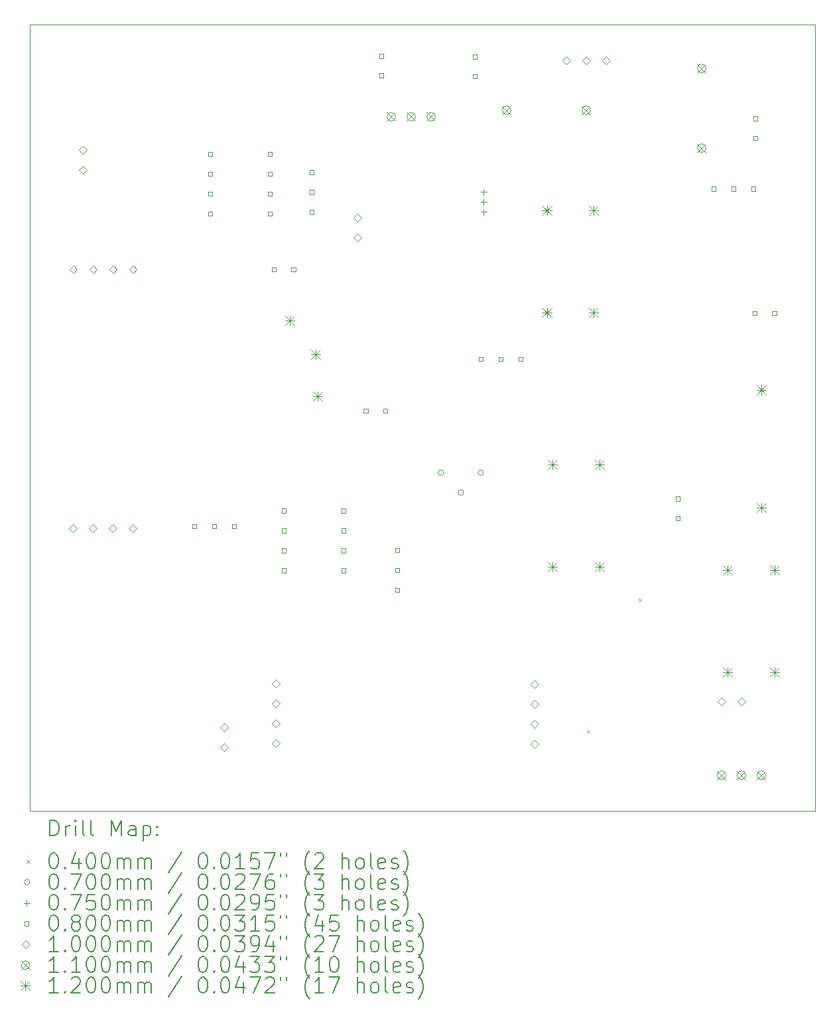
<source format=gbr>
%TF.GenerationSoftware,KiCad,Pcbnew,(6.0.7)*%
%TF.CreationDate,2022-09-22T21:01:38-04:00*%
%TF.ProjectId,Bitx40pa,42697478-3430-4706-912e-6b696361645f,rev?*%
%TF.SameCoordinates,Original*%
%TF.FileFunction,Drillmap*%
%TF.FilePolarity,Positive*%
%FSLAX45Y45*%
G04 Gerber Fmt 4.5, Leading zero omitted, Abs format (unit mm)*
G04 Created by KiCad (PCBNEW (6.0.7)) date 2022-09-22 21:01:38*
%MOMM*%
%LPD*%
G01*
G04 APERTURE LIST*
%ADD10C,0.100000*%
%ADD11C,0.200000*%
%ADD12C,0.040000*%
%ADD13C,0.070000*%
%ADD14C,0.075000*%
%ADD15C,0.080000*%
%ADD16C,0.110000*%
%ADD17C,0.120000*%
G04 APERTURE END LIST*
D10*
X2400300Y-1524000D02*
X12420600Y-1524000D01*
X12420600Y-1524000D02*
X12420600Y-11557000D01*
X12420600Y-11557000D02*
X2400300Y-11557000D01*
X2400300Y-11557000D02*
X2400300Y-1524000D01*
D11*
D12*
X9505000Y-10521000D02*
X9545000Y-10561000D01*
X9545000Y-10521000D02*
X9505000Y-10561000D01*
X10165400Y-8844600D02*
X10205400Y-8884600D01*
X10205400Y-8844600D02*
X10165400Y-8884600D01*
D13*
X7680400Y-7239000D02*
G75*
G03*
X7680400Y-7239000I-35000J0D01*
G01*
X7934400Y-7493000D02*
G75*
G03*
X7934400Y-7493000I-35000J0D01*
G01*
X8188400Y-7239000D02*
G75*
G03*
X8188400Y-7239000I-35000J0D01*
G01*
D14*
X8189400Y-3620100D02*
X8189400Y-3695100D01*
X8151900Y-3657600D02*
X8226900Y-3657600D01*
X8189400Y-3747100D02*
X8189400Y-3822100D01*
X8151900Y-3784600D02*
X8226900Y-3784600D01*
X8189400Y-3874100D02*
X8189400Y-3949100D01*
X8151900Y-3911600D02*
X8226900Y-3911600D01*
D15*
X4525085Y-7953084D02*
X4525085Y-7896515D01*
X4468516Y-7896515D01*
X4468516Y-7953084D01*
X4525085Y-7953084D01*
X4727285Y-3203284D02*
X4727285Y-3146715D01*
X4670716Y-3146715D01*
X4670716Y-3203284D01*
X4727285Y-3203284D01*
X4727285Y-3457284D02*
X4727285Y-3400715D01*
X4670716Y-3400715D01*
X4670716Y-3457284D01*
X4727285Y-3457284D01*
X4727285Y-3711284D02*
X4727285Y-3654715D01*
X4670716Y-3654715D01*
X4670716Y-3711284D01*
X4727285Y-3711284D01*
X4727285Y-3965284D02*
X4727285Y-3908715D01*
X4670716Y-3908715D01*
X4670716Y-3965284D01*
X4727285Y-3965284D01*
X4779085Y-7953084D02*
X4779085Y-7896515D01*
X4722516Y-7896515D01*
X4722516Y-7953084D01*
X4779085Y-7953084D01*
X5033085Y-7953084D02*
X5033085Y-7896515D01*
X4976516Y-7896515D01*
X4976516Y-7953084D01*
X5033085Y-7953084D01*
X5489285Y-3203284D02*
X5489285Y-3146715D01*
X5432716Y-3146715D01*
X5432716Y-3203284D01*
X5489285Y-3203284D01*
X5489285Y-3457284D02*
X5489285Y-3400715D01*
X5432716Y-3400715D01*
X5432716Y-3457284D01*
X5489285Y-3457284D01*
X5489285Y-3711284D02*
X5489285Y-3654715D01*
X5432716Y-3654715D01*
X5432716Y-3711284D01*
X5489285Y-3711284D01*
X5489285Y-3965284D02*
X5489285Y-3908715D01*
X5432716Y-3908715D01*
X5432716Y-3965284D01*
X5489285Y-3965284D01*
X5540085Y-4676485D02*
X5540085Y-4619916D01*
X5483516Y-4619916D01*
X5483516Y-4676485D01*
X5540085Y-4676485D01*
X5668084Y-7750884D02*
X5668084Y-7694315D01*
X5611515Y-7694315D01*
X5611515Y-7750884D01*
X5668084Y-7750884D01*
X5668084Y-8004884D02*
X5668084Y-7948315D01*
X5611515Y-7948315D01*
X5611515Y-8004884D01*
X5668084Y-8004884D01*
X5668084Y-8258884D02*
X5668084Y-8202315D01*
X5611515Y-8202315D01*
X5611515Y-8258884D01*
X5668084Y-8258884D01*
X5668084Y-8512885D02*
X5668084Y-8456316D01*
X5611515Y-8456316D01*
X5611515Y-8512885D01*
X5668084Y-8512885D01*
X5790084Y-4676485D02*
X5790084Y-4619916D01*
X5733515Y-4619916D01*
X5733515Y-4676485D01*
X5790084Y-4676485D01*
X6022684Y-3432884D02*
X6022684Y-3376315D01*
X5966115Y-3376315D01*
X5966115Y-3432884D01*
X6022684Y-3432884D01*
X6022684Y-3686884D02*
X6022684Y-3630315D01*
X5966115Y-3630315D01*
X5966115Y-3686884D01*
X6022684Y-3686884D01*
X6022684Y-3940884D02*
X6022684Y-3884315D01*
X5966115Y-3884315D01*
X5966115Y-3940884D01*
X6022684Y-3940884D01*
X6430084Y-7750884D02*
X6430084Y-7694315D01*
X6373515Y-7694315D01*
X6373515Y-7750884D01*
X6430084Y-7750884D01*
X6430084Y-8004884D02*
X6430084Y-7948315D01*
X6373515Y-7948315D01*
X6373515Y-8004884D01*
X6430084Y-8004884D01*
X6430084Y-8258884D02*
X6430084Y-8202315D01*
X6373515Y-8202315D01*
X6373515Y-8258884D01*
X6430084Y-8258884D01*
X6430084Y-8512885D02*
X6430084Y-8456316D01*
X6373515Y-8456316D01*
X6373515Y-8512885D01*
X6430084Y-8512885D01*
X6712484Y-6479884D02*
X6712484Y-6423315D01*
X6655915Y-6423315D01*
X6655915Y-6479884D01*
X6712484Y-6479884D01*
X6911684Y-1950954D02*
X6911684Y-1894385D01*
X6855115Y-1894385D01*
X6855115Y-1950954D01*
X6911684Y-1950954D01*
X6911684Y-2200955D02*
X6911684Y-2144386D01*
X6855115Y-2144386D01*
X6855115Y-2200955D01*
X6911684Y-2200955D01*
X6962484Y-6479884D02*
X6962484Y-6423315D01*
X6905915Y-6423315D01*
X6905915Y-6479884D01*
X6962484Y-6479884D01*
X7114884Y-8256884D02*
X7114884Y-8200315D01*
X7058315Y-8200315D01*
X7058315Y-8256884D01*
X7114884Y-8256884D01*
X7114884Y-8510885D02*
X7114884Y-8454316D01*
X7058315Y-8454316D01*
X7058315Y-8510885D01*
X7114884Y-8510885D01*
X7114884Y-8764885D02*
X7114884Y-8708316D01*
X7058315Y-8708316D01*
X7058315Y-8764885D01*
X7114884Y-8764885D01*
X8105484Y-1962684D02*
X8105484Y-1906115D01*
X8048915Y-1906115D01*
X8048915Y-1962684D01*
X8105484Y-1962684D01*
X8105484Y-2212685D02*
X8105484Y-2156116D01*
X8048915Y-2156116D01*
X8048915Y-2212685D01*
X8105484Y-2212685D01*
X8182684Y-5819484D02*
X8182684Y-5762915D01*
X8126115Y-5762915D01*
X8126115Y-5819484D01*
X8182684Y-5819484D01*
X8436685Y-5819484D02*
X8436685Y-5762915D01*
X8380115Y-5762915D01*
X8380115Y-5819484D01*
X8436685Y-5819484D01*
X8690685Y-5819484D02*
X8690685Y-5762915D01*
X8634116Y-5762915D01*
X8634116Y-5819484D01*
X8690685Y-5819484D01*
X10696285Y-7601484D02*
X10696285Y-7544915D01*
X10639716Y-7544915D01*
X10639716Y-7601484D01*
X10696285Y-7601484D01*
X10696285Y-7851484D02*
X10696285Y-7794915D01*
X10639716Y-7794915D01*
X10639716Y-7851484D01*
X10696285Y-7851484D01*
X11153485Y-3648484D02*
X11153485Y-3591915D01*
X11096916Y-3591915D01*
X11096916Y-3648484D01*
X11153485Y-3648484D01*
X11407484Y-3648484D02*
X11407484Y-3591915D01*
X11350915Y-3591915D01*
X11350915Y-3648484D01*
X11407484Y-3648484D01*
X11661484Y-3648484D02*
X11661484Y-3591915D01*
X11604915Y-3591915D01*
X11604915Y-3648484D01*
X11661484Y-3648484D01*
X11679154Y-5235285D02*
X11679154Y-5178716D01*
X11622585Y-5178716D01*
X11622585Y-5235285D01*
X11679154Y-5235285D01*
X11686884Y-2750085D02*
X11686884Y-2693516D01*
X11630315Y-2693516D01*
X11630315Y-2750085D01*
X11686884Y-2750085D01*
X11686884Y-3000084D02*
X11686884Y-2943515D01*
X11630315Y-2943515D01*
X11630315Y-3000084D01*
X11686884Y-3000084D01*
X11929154Y-5235285D02*
X11929154Y-5178716D01*
X11872585Y-5178716D01*
X11872585Y-5235285D01*
X11929154Y-5235285D01*
D10*
X2946400Y-8000200D02*
X2996400Y-7950200D01*
X2946400Y-7900200D01*
X2896400Y-7950200D01*
X2946400Y-8000200D01*
X2951000Y-4698200D02*
X3001000Y-4648200D01*
X2951000Y-4598200D01*
X2901000Y-4648200D01*
X2951000Y-4698200D01*
X3073400Y-3173700D02*
X3123400Y-3123700D01*
X3073400Y-3073700D01*
X3023400Y-3123700D01*
X3073400Y-3173700D01*
X3073400Y-3427700D02*
X3123400Y-3377700D01*
X3073400Y-3327700D01*
X3023400Y-3377700D01*
X3073400Y-3427700D01*
X3200400Y-8000200D02*
X3250400Y-7950200D01*
X3200400Y-7900200D01*
X3150400Y-7950200D01*
X3200400Y-8000200D01*
X3205000Y-4698200D02*
X3255000Y-4648200D01*
X3205000Y-4598200D01*
X3155000Y-4648200D01*
X3205000Y-4698200D01*
X3454400Y-8000200D02*
X3504400Y-7950200D01*
X3454400Y-7900200D01*
X3404400Y-7950200D01*
X3454400Y-8000200D01*
X3459000Y-4698200D02*
X3509000Y-4648200D01*
X3459000Y-4598200D01*
X3409000Y-4648200D01*
X3459000Y-4698200D01*
X3708400Y-8000200D02*
X3758400Y-7950200D01*
X3708400Y-7900200D01*
X3658400Y-7950200D01*
X3708400Y-8000200D01*
X3713000Y-4698200D02*
X3763000Y-4648200D01*
X3713000Y-4598200D01*
X3663000Y-4648200D01*
X3713000Y-4698200D01*
X4876800Y-10540200D02*
X4926800Y-10490200D01*
X4876800Y-10440200D01*
X4826800Y-10490200D01*
X4876800Y-10540200D01*
X4876800Y-10794200D02*
X4926800Y-10744200D01*
X4876800Y-10694200D01*
X4826800Y-10744200D01*
X4876800Y-10794200D01*
X5537200Y-9981400D02*
X5587200Y-9931400D01*
X5537200Y-9881400D01*
X5487200Y-9931400D01*
X5537200Y-9981400D01*
X5537200Y-10235400D02*
X5587200Y-10185400D01*
X5537200Y-10135400D01*
X5487200Y-10185400D01*
X5537200Y-10235400D01*
X5537200Y-10489400D02*
X5587200Y-10439400D01*
X5537200Y-10389400D01*
X5487200Y-10439400D01*
X5537200Y-10489400D01*
X5537200Y-10743400D02*
X5587200Y-10693400D01*
X5537200Y-10643400D01*
X5487200Y-10693400D01*
X5537200Y-10743400D01*
X6578600Y-4037300D02*
X6628600Y-3987300D01*
X6578600Y-3937300D01*
X6528600Y-3987300D01*
X6578600Y-4037300D01*
X6578600Y-4291300D02*
X6628600Y-4241300D01*
X6578600Y-4191300D01*
X6528600Y-4241300D01*
X6578600Y-4291300D01*
X8839200Y-9986000D02*
X8889200Y-9936000D01*
X8839200Y-9886000D01*
X8789200Y-9936000D01*
X8839200Y-9986000D01*
X8839200Y-10240000D02*
X8889200Y-10190000D01*
X8839200Y-10140000D01*
X8789200Y-10190000D01*
X8839200Y-10240000D01*
X8839200Y-10494000D02*
X8889200Y-10444000D01*
X8839200Y-10394000D01*
X8789200Y-10444000D01*
X8839200Y-10494000D01*
X8839200Y-10748000D02*
X8889200Y-10698000D01*
X8839200Y-10648000D01*
X8789200Y-10698000D01*
X8839200Y-10748000D01*
X9247100Y-2031200D02*
X9297100Y-1981200D01*
X9247100Y-1931200D01*
X9197100Y-1981200D01*
X9247100Y-2031200D01*
X9501100Y-2031200D02*
X9551100Y-1981200D01*
X9501100Y-1931200D01*
X9451100Y-1981200D01*
X9501100Y-2031200D01*
X9755100Y-2031200D02*
X9805100Y-1981200D01*
X9755100Y-1931200D01*
X9705100Y-1981200D01*
X9755100Y-2031200D01*
X11226300Y-10210000D02*
X11276300Y-10160000D01*
X11226300Y-10110000D01*
X11176300Y-10160000D01*
X11226300Y-10210000D01*
X11480300Y-10210000D02*
X11530300Y-10160000D01*
X11480300Y-10110000D01*
X11430300Y-10160000D01*
X11480300Y-10210000D01*
D16*
X6955400Y-2644500D02*
X7065400Y-2754500D01*
X7065400Y-2644500D02*
X6955400Y-2754500D01*
X7065400Y-2699500D02*
G75*
G03*
X7065400Y-2699500I-55000J0D01*
G01*
X7209400Y-2644500D02*
X7319400Y-2754500D01*
X7319400Y-2644500D02*
X7209400Y-2754500D01*
X7319400Y-2699500D02*
G75*
G03*
X7319400Y-2699500I-55000J0D01*
G01*
X7463400Y-2644500D02*
X7573400Y-2754500D01*
X7573400Y-2644500D02*
X7463400Y-2754500D01*
X7573400Y-2699500D02*
G75*
G03*
X7573400Y-2699500I-55000J0D01*
G01*
X8428600Y-2561200D02*
X8538600Y-2671200D01*
X8538600Y-2561200D02*
X8428600Y-2671200D01*
X8538600Y-2616200D02*
G75*
G03*
X8538600Y-2616200I-55000J0D01*
G01*
X9444600Y-2561200D02*
X9554600Y-2671200D01*
X9554600Y-2561200D02*
X9444600Y-2671200D01*
X9554600Y-2616200D02*
G75*
G03*
X9554600Y-2616200I-55000J0D01*
G01*
X10917800Y-2027800D02*
X11027800Y-2137800D01*
X11027800Y-2027800D02*
X10917800Y-2137800D01*
X11027800Y-2082800D02*
G75*
G03*
X11027800Y-2082800I-55000J0D01*
G01*
X10917800Y-3043800D02*
X11027800Y-3153800D01*
X11027800Y-3043800D02*
X10917800Y-3153800D01*
X11027800Y-3098800D02*
G75*
G03*
X11027800Y-3098800I-55000J0D01*
G01*
X11171800Y-11044800D02*
X11281800Y-11154800D01*
X11281800Y-11044800D02*
X11171800Y-11154800D01*
X11281800Y-11099800D02*
G75*
G03*
X11281800Y-11099800I-55000J0D01*
G01*
X11425800Y-11044800D02*
X11535800Y-11154800D01*
X11535800Y-11044800D02*
X11425800Y-11154800D01*
X11535800Y-11099800D02*
G75*
G03*
X11535800Y-11099800I-55000J0D01*
G01*
X11679800Y-11044800D02*
X11789800Y-11154800D01*
X11789800Y-11044800D02*
X11679800Y-11154800D01*
X11789800Y-11099800D02*
G75*
G03*
X11789800Y-11099800I-55000J0D01*
G01*
D17*
X5656400Y-5235900D02*
X5776400Y-5355900D01*
X5776400Y-5235900D02*
X5656400Y-5355900D01*
X5716400Y-5235900D02*
X5716400Y-5355900D01*
X5656400Y-5295900D02*
X5776400Y-5295900D01*
X5986600Y-5667700D02*
X6106600Y-5787700D01*
X6106600Y-5667700D02*
X5986600Y-5787700D01*
X6046600Y-5667700D02*
X6046600Y-5787700D01*
X5986600Y-5727700D02*
X6106600Y-5727700D01*
X6012000Y-6201100D02*
X6132000Y-6321100D01*
X6132000Y-6201100D02*
X6012000Y-6321100D01*
X6072000Y-6201100D02*
X6072000Y-6321100D01*
X6012000Y-6261100D02*
X6132000Y-6261100D01*
X8936400Y-3836600D02*
X9056400Y-3956600D01*
X9056400Y-3836600D02*
X8936400Y-3956600D01*
X8996400Y-3836600D02*
X8996400Y-3956600D01*
X8936400Y-3896600D02*
X9056400Y-3896600D01*
X8936400Y-5136600D02*
X9056400Y-5256600D01*
X9056400Y-5136600D02*
X8936400Y-5256600D01*
X8996400Y-5136600D02*
X8996400Y-5256600D01*
X8936400Y-5196600D02*
X9056400Y-5196600D01*
X9007800Y-7077400D02*
X9127800Y-7197400D01*
X9127800Y-7077400D02*
X9007800Y-7197400D01*
X9067800Y-7077400D02*
X9067800Y-7197400D01*
X9007800Y-7137400D02*
X9127800Y-7137400D01*
X9007800Y-8377400D02*
X9127800Y-8497400D01*
X9127800Y-8377400D02*
X9007800Y-8497400D01*
X9067800Y-8377400D02*
X9067800Y-8497400D01*
X9007800Y-8437400D02*
X9127800Y-8437400D01*
X9536400Y-3836600D02*
X9656400Y-3956600D01*
X9656400Y-3836600D02*
X9536400Y-3956600D01*
X9596400Y-3836600D02*
X9596400Y-3956600D01*
X9536400Y-3896600D02*
X9656400Y-3896600D01*
X9536400Y-5136600D02*
X9656400Y-5256600D01*
X9656400Y-5136600D02*
X9536400Y-5256600D01*
X9596400Y-5136600D02*
X9596400Y-5256600D01*
X9536400Y-5196600D02*
X9656400Y-5196600D01*
X9607800Y-7077400D02*
X9727800Y-7197400D01*
X9727800Y-7077400D02*
X9607800Y-7197400D01*
X9667800Y-7077400D02*
X9667800Y-7197400D01*
X9607800Y-7137400D02*
X9727800Y-7137400D01*
X9607800Y-8377400D02*
X9727800Y-8497400D01*
X9727800Y-8377400D02*
X9607800Y-8497400D01*
X9667800Y-8377400D02*
X9667800Y-8497400D01*
X9607800Y-8437400D02*
X9727800Y-8437400D01*
X11243000Y-8423600D02*
X11363000Y-8543600D01*
X11363000Y-8423600D02*
X11243000Y-8543600D01*
X11303000Y-8423600D02*
X11303000Y-8543600D01*
X11243000Y-8483600D02*
X11363000Y-8483600D01*
X11243000Y-9723600D02*
X11363000Y-9843600D01*
X11363000Y-9723600D02*
X11243000Y-9843600D01*
X11303000Y-9723600D02*
X11303000Y-9843600D01*
X11243000Y-9783600D02*
X11363000Y-9783600D01*
X11674800Y-6124200D02*
X11794800Y-6244200D01*
X11794800Y-6124200D02*
X11674800Y-6244200D01*
X11734800Y-6124200D02*
X11734800Y-6244200D01*
X11674800Y-6184200D02*
X11794800Y-6184200D01*
X11674800Y-7624200D02*
X11794800Y-7744200D01*
X11794800Y-7624200D02*
X11674800Y-7744200D01*
X11734800Y-7624200D02*
X11734800Y-7744200D01*
X11674800Y-7684200D02*
X11794800Y-7684200D01*
X11843000Y-8423600D02*
X11963000Y-8543600D01*
X11963000Y-8423600D02*
X11843000Y-8543600D01*
X11903000Y-8423600D02*
X11903000Y-8543600D01*
X11843000Y-8483600D02*
X11963000Y-8483600D01*
X11843000Y-9723600D02*
X11963000Y-9843600D01*
X11963000Y-9723600D02*
X11843000Y-9843600D01*
X11903000Y-9723600D02*
X11903000Y-9843600D01*
X11843000Y-9783600D02*
X11963000Y-9783600D01*
D11*
X2652919Y-11872476D02*
X2652919Y-11672476D01*
X2700538Y-11672476D01*
X2729110Y-11682000D01*
X2748157Y-11701048D01*
X2757681Y-11720095D01*
X2767205Y-11758190D01*
X2767205Y-11786762D01*
X2757681Y-11824857D01*
X2748157Y-11843905D01*
X2729110Y-11862952D01*
X2700538Y-11872476D01*
X2652919Y-11872476D01*
X2852919Y-11872476D02*
X2852919Y-11739143D01*
X2852919Y-11777238D02*
X2862443Y-11758190D01*
X2871967Y-11748667D01*
X2891014Y-11739143D01*
X2910062Y-11739143D01*
X2976728Y-11872476D02*
X2976728Y-11739143D01*
X2976728Y-11672476D02*
X2967205Y-11682000D01*
X2976728Y-11691524D01*
X2986252Y-11682000D01*
X2976728Y-11672476D01*
X2976728Y-11691524D01*
X3100538Y-11872476D02*
X3081490Y-11862952D01*
X3071967Y-11843905D01*
X3071967Y-11672476D01*
X3205300Y-11872476D02*
X3186252Y-11862952D01*
X3176728Y-11843905D01*
X3176728Y-11672476D01*
X3433871Y-11872476D02*
X3433871Y-11672476D01*
X3500538Y-11815333D01*
X3567205Y-11672476D01*
X3567205Y-11872476D01*
X3748157Y-11872476D02*
X3748157Y-11767714D01*
X3738633Y-11748667D01*
X3719586Y-11739143D01*
X3681490Y-11739143D01*
X3662443Y-11748667D01*
X3748157Y-11862952D02*
X3729109Y-11872476D01*
X3681490Y-11872476D01*
X3662443Y-11862952D01*
X3652919Y-11843905D01*
X3652919Y-11824857D01*
X3662443Y-11805809D01*
X3681490Y-11796286D01*
X3729109Y-11796286D01*
X3748157Y-11786762D01*
X3843395Y-11739143D02*
X3843395Y-11939143D01*
X3843395Y-11748667D02*
X3862443Y-11739143D01*
X3900538Y-11739143D01*
X3919586Y-11748667D01*
X3929109Y-11758190D01*
X3938633Y-11777238D01*
X3938633Y-11834381D01*
X3929109Y-11853428D01*
X3919586Y-11862952D01*
X3900538Y-11872476D01*
X3862443Y-11872476D01*
X3843395Y-11862952D01*
X4024348Y-11853428D02*
X4033871Y-11862952D01*
X4024348Y-11872476D01*
X4014824Y-11862952D01*
X4024348Y-11853428D01*
X4024348Y-11872476D01*
X4024348Y-11748667D02*
X4033871Y-11758190D01*
X4024348Y-11767714D01*
X4014824Y-11758190D01*
X4024348Y-11748667D01*
X4024348Y-11767714D01*
D12*
X2355300Y-12182000D02*
X2395300Y-12222000D01*
X2395300Y-12182000D02*
X2355300Y-12222000D01*
D11*
X2691014Y-12092476D02*
X2710062Y-12092476D01*
X2729110Y-12102000D01*
X2738633Y-12111524D01*
X2748157Y-12130571D01*
X2757681Y-12168667D01*
X2757681Y-12216286D01*
X2748157Y-12254381D01*
X2738633Y-12273428D01*
X2729110Y-12282952D01*
X2710062Y-12292476D01*
X2691014Y-12292476D01*
X2671967Y-12282952D01*
X2662443Y-12273428D01*
X2652919Y-12254381D01*
X2643395Y-12216286D01*
X2643395Y-12168667D01*
X2652919Y-12130571D01*
X2662443Y-12111524D01*
X2671967Y-12102000D01*
X2691014Y-12092476D01*
X2843395Y-12273428D02*
X2852919Y-12282952D01*
X2843395Y-12292476D01*
X2833871Y-12282952D01*
X2843395Y-12273428D01*
X2843395Y-12292476D01*
X3024348Y-12159143D02*
X3024348Y-12292476D01*
X2976728Y-12082952D02*
X2929109Y-12225809D01*
X3052919Y-12225809D01*
X3167205Y-12092476D02*
X3186252Y-12092476D01*
X3205300Y-12102000D01*
X3214824Y-12111524D01*
X3224348Y-12130571D01*
X3233871Y-12168667D01*
X3233871Y-12216286D01*
X3224348Y-12254381D01*
X3214824Y-12273428D01*
X3205300Y-12282952D01*
X3186252Y-12292476D01*
X3167205Y-12292476D01*
X3148157Y-12282952D01*
X3138633Y-12273428D01*
X3129109Y-12254381D01*
X3119586Y-12216286D01*
X3119586Y-12168667D01*
X3129109Y-12130571D01*
X3138633Y-12111524D01*
X3148157Y-12102000D01*
X3167205Y-12092476D01*
X3357681Y-12092476D02*
X3376728Y-12092476D01*
X3395776Y-12102000D01*
X3405300Y-12111524D01*
X3414824Y-12130571D01*
X3424348Y-12168667D01*
X3424348Y-12216286D01*
X3414824Y-12254381D01*
X3405300Y-12273428D01*
X3395776Y-12282952D01*
X3376728Y-12292476D01*
X3357681Y-12292476D01*
X3338633Y-12282952D01*
X3329109Y-12273428D01*
X3319586Y-12254381D01*
X3310062Y-12216286D01*
X3310062Y-12168667D01*
X3319586Y-12130571D01*
X3329109Y-12111524D01*
X3338633Y-12102000D01*
X3357681Y-12092476D01*
X3510062Y-12292476D02*
X3510062Y-12159143D01*
X3510062Y-12178190D02*
X3519586Y-12168667D01*
X3538633Y-12159143D01*
X3567205Y-12159143D01*
X3586252Y-12168667D01*
X3595776Y-12187714D01*
X3595776Y-12292476D01*
X3595776Y-12187714D02*
X3605300Y-12168667D01*
X3624348Y-12159143D01*
X3652919Y-12159143D01*
X3671967Y-12168667D01*
X3681490Y-12187714D01*
X3681490Y-12292476D01*
X3776728Y-12292476D02*
X3776728Y-12159143D01*
X3776728Y-12178190D02*
X3786252Y-12168667D01*
X3805300Y-12159143D01*
X3833871Y-12159143D01*
X3852919Y-12168667D01*
X3862443Y-12187714D01*
X3862443Y-12292476D01*
X3862443Y-12187714D02*
X3871967Y-12168667D01*
X3891014Y-12159143D01*
X3919586Y-12159143D01*
X3938633Y-12168667D01*
X3948157Y-12187714D01*
X3948157Y-12292476D01*
X4338633Y-12082952D02*
X4167205Y-12340095D01*
X4595776Y-12092476D02*
X4614824Y-12092476D01*
X4633871Y-12102000D01*
X4643395Y-12111524D01*
X4652919Y-12130571D01*
X4662443Y-12168667D01*
X4662443Y-12216286D01*
X4652919Y-12254381D01*
X4643395Y-12273428D01*
X4633871Y-12282952D01*
X4614824Y-12292476D01*
X4595776Y-12292476D01*
X4576729Y-12282952D01*
X4567205Y-12273428D01*
X4557681Y-12254381D01*
X4548157Y-12216286D01*
X4548157Y-12168667D01*
X4557681Y-12130571D01*
X4567205Y-12111524D01*
X4576729Y-12102000D01*
X4595776Y-12092476D01*
X4748157Y-12273428D02*
X4757681Y-12282952D01*
X4748157Y-12292476D01*
X4738633Y-12282952D01*
X4748157Y-12273428D01*
X4748157Y-12292476D01*
X4881490Y-12092476D02*
X4900538Y-12092476D01*
X4919586Y-12102000D01*
X4929110Y-12111524D01*
X4938633Y-12130571D01*
X4948157Y-12168667D01*
X4948157Y-12216286D01*
X4938633Y-12254381D01*
X4929110Y-12273428D01*
X4919586Y-12282952D01*
X4900538Y-12292476D01*
X4881490Y-12292476D01*
X4862443Y-12282952D01*
X4852919Y-12273428D01*
X4843395Y-12254381D01*
X4833871Y-12216286D01*
X4833871Y-12168667D01*
X4843395Y-12130571D01*
X4852919Y-12111524D01*
X4862443Y-12102000D01*
X4881490Y-12092476D01*
X5138633Y-12292476D02*
X5024348Y-12292476D01*
X5081490Y-12292476D02*
X5081490Y-12092476D01*
X5062443Y-12121048D01*
X5043395Y-12140095D01*
X5024348Y-12149619D01*
X5319586Y-12092476D02*
X5224348Y-12092476D01*
X5214824Y-12187714D01*
X5224348Y-12178190D01*
X5243395Y-12168667D01*
X5291014Y-12168667D01*
X5310062Y-12178190D01*
X5319586Y-12187714D01*
X5329110Y-12206762D01*
X5329110Y-12254381D01*
X5319586Y-12273428D01*
X5310062Y-12282952D01*
X5291014Y-12292476D01*
X5243395Y-12292476D01*
X5224348Y-12282952D01*
X5214824Y-12273428D01*
X5395776Y-12092476D02*
X5529110Y-12092476D01*
X5443395Y-12292476D01*
X5595776Y-12092476D02*
X5595776Y-12130571D01*
X5671967Y-12092476D02*
X5671967Y-12130571D01*
X5967205Y-12368667D02*
X5957681Y-12359143D01*
X5938633Y-12330571D01*
X5929109Y-12311524D01*
X5919586Y-12282952D01*
X5910062Y-12235333D01*
X5910062Y-12197238D01*
X5919586Y-12149619D01*
X5929109Y-12121048D01*
X5938633Y-12102000D01*
X5957681Y-12073428D01*
X5967205Y-12063905D01*
X6033871Y-12111524D02*
X6043395Y-12102000D01*
X6062443Y-12092476D01*
X6110062Y-12092476D01*
X6129109Y-12102000D01*
X6138633Y-12111524D01*
X6148157Y-12130571D01*
X6148157Y-12149619D01*
X6138633Y-12178190D01*
X6024348Y-12292476D01*
X6148157Y-12292476D01*
X6386252Y-12292476D02*
X6386252Y-12092476D01*
X6471967Y-12292476D02*
X6471967Y-12187714D01*
X6462443Y-12168667D01*
X6443395Y-12159143D01*
X6414824Y-12159143D01*
X6395776Y-12168667D01*
X6386252Y-12178190D01*
X6595776Y-12292476D02*
X6576728Y-12282952D01*
X6567205Y-12273428D01*
X6557681Y-12254381D01*
X6557681Y-12197238D01*
X6567205Y-12178190D01*
X6576728Y-12168667D01*
X6595776Y-12159143D01*
X6624348Y-12159143D01*
X6643395Y-12168667D01*
X6652919Y-12178190D01*
X6662443Y-12197238D01*
X6662443Y-12254381D01*
X6652919Y-12273428D01*
X6643395Y-12282952D01*
X6624348Y-12292476D01*
X6595776Y-12292476D01*
X6776728Y-12292476D02*
X6757681Y-12282952D01*
X6748157Y-12263905D01*
X6748157Y-12092476D01*
X6929109Y-12282952D02*
X6910062Y-12292476D01*
X6871967Y-12292476D01*
X6852919Y-12282952D01*
X6843395Y-12263905D01*
X6843395Y-12187714D01*
X6852919Y-12168667D01*
X6871967Y-12159143D01*
X6910062Y-12159143D01*
X6929109Y-12168667D01*
X6938633Y-12187714D01*
X6938633Y-12206762D01*
X6843395Y-12225809D01*
X7014824Y-12282952D02*
X7033871Y-12292476D01*
X7071967Y-12292476D01*
X7091014Y-12282952D01*
X7100538Y-12263905D01*
X7100538Y-12254381D01*
X7091014Y-12235333D01*
X7071967Y-12225809D01*
X7043395Y-12225809D01*
X7024348Y-12216286D01*
X7014824Y-12197238D01*
X7014824Y-12187714D01*
X7024348Y-12168667D01*
X7043395Y-12159143D01*
X7071967Y-12159143D01*
X7091014Y-12168667D01*
X7167205Y-12368667D02*
X7176728Y-12359143D01*
X7195776Y-12330571D01*
X7205300Y-12311524D01*
X7214824Y-12282952D01*
X7224348Y-12235333D01*
X7224348Y-12197238D01*
X7214824Y-12149619D01*
X7205300Y-12121048D01*
X7195776Y-12102000D01*
X7176728Y-12073428D01*
X7167205Y-12063905D01*
D13*
X2395300Y-12466000D02*
G75*
G03*
X2395300Y-12466000I-35000J0D01*
G01*
D11*
X2691014Y-12356476D02*
X2710062Y-12356476D01*
X2729110Y-12366000D01*
X2738633Y-12375524D01*
X2748157Y-12394571D01*
X2757681Y-12432667D01*
X2757681Y-12480286D01*
X2748157Y-12518381D01*
X2738633Y-12537428D01*
X2729110Y-12546952D01*
X2710062Y-12556476D01*
X2691014Y-12556476D01*
X2671967Y-12546952D01*
X2662443Y-12537428D01*
X2652919Y-12518381D01*
X2643395Y-12480286D01*
X2643395Y-12432667D01*
X2652919Y-12394571D01*
X2662443Y-12375524D01*
X2671967Y-12366000D01*
X2691014Y-12356476D01*
X2843395Y-12537428D02*
X2852919Y-12546952D01*
X2843395Y-12556476D01*
X2833871Y-12546952D01*
X2843395Y-12537428D01*
X2843395Y-12556476D01*
X2919586Y-12356476D02*
X3052919Y-12356476D01*
X2967205Y-12556476D01*
X3167205Y-12356476D02*
X3186252Y-12356476D01*
X3205300Y-12366000D01*
X3214824Y-12375524D01*
X3224348Y-12394571D01*
X3233871Y-12432667D01*
X3233871Y-12480286D01*
X3224348Y-12518381D01*
X3214824Y-12537428D01*
X3205300Y-12546952D01*
X3186252Y-12556476D01*
X3167205Y-12556476D01*
X3148157Y-12546952D01*
X3138633Y-12537428D01*
X3129109Y-12518381D01*
X3119586Y-12480286D01*
X3119586Y-12432667D01*
X3129109Y-12394571D01*
X3138633Y-12375524D01*
X3148157Y-12366000D01*
X3167205Y-12356476D01*
X3357681Y-12356476D02*
X3376728Y-12356476D01*
X3395776Y-12366000D01*
X3405300Y-12375524D01*
X3414824Y-12394571D01*
X3424348Y-12432667D01*
X3424348Y-12480286D01*
X3414824Y-12518381D01*
X3405300Y-12537428D01*
X3395776Y-12546952D01*
X3376728Y-12556476D01*
X3357681Y-12556476D01*
X3338633Y-12546952D01*
X3329109Y-12537428D01*
X3319586Y-12518381D01*
X3310062Y-12480286D01*
X3310062Y-12432667D01*
X3319586Y-12394571D01*
X3329109Y-12375524D01*
X3338633Y-12366000D01*
X3357681Y-12356476D01*
X3510062Y-12556476D02*
X3510062Y-12423143D01*
X3510062Y-12442190D02*
X3519586Y-12432667D01*
X3538633Y-12423143D01*
X3567205Y-12423143D01*
X3586252Y-12432667D01*
X3595776Y-12451714D01*
X3595776Y-12556476D01*
X3595776Y-12451714D02*
X3605300Y-12432667D01*
X3624348Y-12423143D01*
X3652919Y-12423143D01*
X3671967Y-12432667D01*
X3681490Y-12451714D01*
X3681490Y-12556476D01*
X3776728Y-12556476D02*
X3776728Y-12423143D01*
X3776728Y-12442190D02*
X3786252Y-12432667D01*
X3805300Y-12423143D01*
X3833871Y-12423143D01*
X3852919Y-12432667D01*
X3862443Y-12451714D01*
X3862443Y-12556476D01*
X3862443Y-12451714D02*
X3871967Y-12432667D01*
X3891014Y-12423143D01*
X3919586Y-12423143D01*
X3938633Y-12432667D01*
X3948157Y-12451714D01*
X3948157Y-12556476D01*
X4338633Y-12346952D02*
X4167205Y-12604095D01*
X4595776Y-12356476D02*
X4614824Y-12356476D01*
X4633871Y-12366000D01*
X4643395Y-12375524D01*
X4652919Y-12394571D01*
X4662443Y-12432667D01*
X4662443Y-12480286D01*
X4652919Y-12518381D01*
X4643395Y-12537428D01*
X4633871Y-12546952D01*
X4614824Y-12556476D01*
X4595776Y-12556476D01*
X4576729Y-12546952D01*
X4567205Y-12537428D01*
X4557681Y-12518381D01*
X4548157Y-12480286D01*
X4548157Y-12432667D01*
X4557681Y-12394571D01*
X4567205Y-12375524D01*
X4576729Y-12366000D01*
X4595776Y-12356476D01*
X4748157Y-12537428D02*
X4757681Y-12546952D01*
X4748157Y-12556476D01*
X4738633Y-12546952D01*
X4748157Y-12537428D01*
X4748157Y-12556476D01*
X4881490Y-12356476D02*
X4900538Y-12356476D01*
X4919586Y-12366000D01*
X4929110Y-12375524D01*
X4938633Y-12394571D01*
X4948157Y-12432667D01*
X4948157Y-12480286D01*
X4938633Y-12518381D01*
X4929110Y-12537428D01*
X4919586Y-12546952D01*
X4900538Y-12556476D01*
X4881490Y-12556476D01*
X4862443Y-12546952D01*
X4852919Y-12537428D01*
X4843395Y-12518381D01*
X4833871Y-12480286D01*
X4833871Y-12432667D01*
X4843395Y-12394571D01*
X4852919Y-12375524D01*
X4862443Y-12366000D01*
X4881490Y-12356476D01*
X5024348Y-12375524D02*
X5033871Y-12366000D01*
X5052919Y-12356476D01*
X5100538Y-12356476D01*
X5119586Y-12366000D01*
X5129110Y-12375524D01*
X5138633Y-12394571D01*
X5138633Y-12413619D01*
X5129110Y-12442190D01*
X5014824Y-12556476D01*
X5138633Y-12556476D01*
X5205300Y-12356476D02*
X5338633Y-12356476D01*
X5252919Y-12556476D01*
X5500538Y-12356476D02*
X5462443Y-12356476D01*
X5443395Y-12366000D01*
X5433871Y-12375524D01*
X5414824Y-12404095D01*
X5405300Y-12442190D01*
X5405300Y-12518381D01*
X5414824Y-12537428D01*
X5424348Y-12546952D01*
X5443395Y-12556476D01*
X5481490Y-12556476D01*
X5500538Y-12546952D01*
X5510062Y-12537428D01*
X5519586Y-12518381D01*
X5519586Y-12470762D01*
X5510062Y-12451714D01*
X5500538Y-12442190D01*
X5481490Y-12432667D01*
X5443395Y-12432667D01*
X5424348Y-12442190D01*
X5414824Y-12451714D01*
X5405300Y-12470762D01*
X5595776Y-12356476D02*
X5595776Y-12394571D01*
X5671967Y-12356476D02*
X5671967Y-12394571D01*
X5967205Y-12632667D02*
X5957681Y-12623143D01*
X5938633Y-12594571D01*
X5929109Y-12575524D01*
X5919586Y-12546952D01*
X5910062Y-12499333D01*
X5910062Y-12461238D01*
X5919586Y-12413619D01*
X5929109Y-12385048D01*
X5938633Y-12366000D01*
X5957681Y-12337428D01*
X5967205Y-12327905D01*
X6024348Y-12356476D02*
X6148157Y-12356476D01*
X6081490Y-12432667D01*
X6110062Y-12432667D01*
X6129109Y-12442190D01*
X6138633Y-12451714D01*
X6148157Y-12470762D01*
X6148157Y-12518381D01*
X6138633Y-12537428D01*
X6129109Y-12546952D01*
X6110062Y-12556476D01*
X6052919Y-12556476D01*
X6033871Y-12546952D01*
X6024348Y-12537428D01*
X6386252Y-12556476D02*
X6386252Y-12356476D01*
X6471967Y-12556476D02*
X6471967Y-12451714D01*
X6462443Y-12432667D01*
X6443395Y-12423143D01*
X6414824Y-12423143D01*
X6395776Y-12432667D01*
X6386252Y-12442190D01*
X6595776Y-12556476D02*
X6576728Y-12546952D01*
X6567205Y-12537428D01*
X6557681Y-12518381D01*
X6557681Y-12461238D01*
X6567205Y-12442190D01*
X6576728Y-12432667D01*
X6595776Y-12423143D01*
X6624348Y-12423143D01*
X6643395Y-12432667D01*
X6652919Y-12442190D01*
X6662443Y-12461238D01*
X6662443Y-12518381D01*
X6652919Y-12537428D01*
X6643395Y-12546952D01*
X6624348Y-12556476D01*
X6595776Y-12556476D01*
X6776728Y-12556476D02*
X6757681Y-12546952D01*
X6748157Y-12527905D01*
X6748157Y-12356476D01*
X6929109Y-12546952D02*
X6910062Y-12556476D01*
X6871967Y-12556476D01*
X6852919Y-12546952D01*
X6843395Y-12527905D01*
X6843395Y-12451714D01*
X6852919Y-12432667D01*
X6871967Y-12423143D01*
X6910062Y-12423143D01*
X6929109Y-12432667D01*
X6938633Y-12451714D01*
X6938633Y-12470762D01*
X6843395Y-12489809D01*
X7014824Y-12546952D02*
X7033871Y-12556476D01*
X7071967Y-12556476D01*
X7091014Y-12546952D01*
X7100538Y-12527905D01*
X7100538Y-12518381D01*
X7091014Y-12499333D01*
X7071967Y-12489809D01*
X7043395Y-12489809D01*
X7024348Y-12480286D01*
X7014824Y-12461238D01*
X7014824Y-12451714D01*
X7024348Y-12432667D01*
X7043395Y-12423143D01*
X7071967Y-12423143D01*
X7091014Y-12432667D01*
X7167205Y-12632667D02*
X7176728Y-12623143D01*
X7195776Y-12594571D01*
X7205300Y-12575524D01*
X7214824Y-12546952D01*
X7224348Y-12499333D01*
X7224348Y-12461238D01*
X7214824Y-12413619D01*
X7205300Y-12385048D01*
X7195776Y-12366000D01*
X7176728Y-12337428D01*
X7167205Y-12327905D01*
D14*
X2357800Y-12692500D02*
X2357800Y-12767500D01*
X2320300Y-12730000D02*
X2395300Y-12730000D01*
D11*
X2691014Y-12620476D02*
X2710062Y-12620476D01*
X2729110Y-12630000D01*
X2738633Y-12639524D01*
X2748157Y-12658571D01*
X2757681Y-12696667D01*
X2757681Y-12744286D01*
X2748157Y-12782381D01*
X2738633Y-12801428D01*
X2729110Y-12810952D01*
X2710062Y-12820476D01*
X2691014Y-12820476D01*
X2671967Y-12810952D01*
X2662443Y-12801428D01*
X2652919Y-12782381D01*
X2643395Y-12744286D01*
X2643395Y-12696667D01*
X2652919Y-12658571D01*
X2662443Y-12639524D01*
X2671967Y-12630000D01*
X2691014Y-12620476D01*
X2843395Y-12801428D02*
X2852919Y-12810952D01*
X2843395Y-12820476D01*
X2833871Y-12810952D01*
X2843395Y-12801428D01*
X2843395Y-12820476D01*
X2919586Y-12620476D02*
X3052919Y-12620476D01*
X2967205Y-12820476D01*
X3224348Y-12620476D02*
X3129109Y-12620476D01*
X3119586Y-12715714D01*
X3129109Y-12706190D01*
X3148157Y-12696667D01*
X3195776Y-12696667D01*
X3214824Y-12706190D01*
X3224348Y-12715714D01*
X3233871Y-12734762D01*
X3233871Y-12782381D01*
X3224348Y-12801428D01*
X3214824Y-12810952D01*
X3195776Y-12820476D01*
X3148157Y-12820476D01*
X3129109Y-12810952D01*
X3119586Y-12801428D01*
X3357681Y-12620476D02*
X3376728Y-12620476D01*
X3395776Y-12630000D01*
X3405300Y-12639524D01*
X3414824Y-12658571D01*
X3424348Y-12696667D01*
X3424348Y-12744286D01*
X3414824Y-12782381D01*
X3405300Y-12801428D01*
X3395776Y-12810952D01*
X3376728Y-12820476D01*
X3357681Y-12820476D01*
X3338633Y-12810952D01*
X3329109Y-12801428D01*
X3319586Y-12782381D01*
X3310062Y-12744286D01*
X3310062Y-12696667D01*
X3319586Y-12658571D01*
X3329109Y-12639524D01*
X3338633Y-12630000D01*
X3357681Y-12620476D01*
X3510062Y-12820476D02*
X3510062Y-12687143D01*
X3510062Y-12706190D02*
X3519586Y-12696667D01*
X3538633Y-12687143D01*
X3567205Y-12687143D01*
X3586252Y-12696667D01*
X3595776Y-12715714D01*
X3595776Y-12820476D01*
X3595776Y-12715714D02*
X3605300Y-12696667D01*
X3624348Y-12687143D01*
X3652919Y-12687143D01*
X3671967Y-12696667D01*
X3681490Y-12715714D01*
X3681490Y-12820476D01*
X3776728Y-12820476D02*
X3776728Y-12687143D01*
X3776728Y-12706190D02*
X3786252Y-12696667D01*
X3805300Y-12687143D01*
X3833871Y-12687143D01*
X3852919Y-12696667D01*
X3862443Y-12715714D01*
X3862443Y-12820476D01*
X3862443Y-12715714D02*
X3871967Y-12696667D01*
X3891014Y-12687143D01*
X3919586Y-12687143D01*
X3938633Y-12696667D01*
X3948157Y-12715714D01*
X3948157Y-12820476D01*
X4338633Y-12610952D02*
X4167205Y-12868095D01*
X4595776Y-12620476D02*
X4614824Y-12620476D01*
X4633871Y-12630000D01*
X4643395Y-12639524D01*
X4652919Y-12658571D01*
X4662443Y-12696667D01*
X4662443Y-12744286D01*
X4652919Y-12782381D01*
X4643395Y-12801428D01*
X4633871Y-12810952D01*
X4614824Y-12820476D01*
X4595776Y-12820476D01*
X4576729Y-12810952D01*
X4567205Y-12801428D01*
X4557681Y-12782381D01*
X4548157Y-12744286D01*
X4548157Y-12696667D01*
X4557681Y-12658571D01*
X4567205Y-12639524D01*
X4576729Y-12630000D01*
X4595776Y-12620476D01*
X4748157Y-12801428D02*
X4757681Y-12810952D01*
X4748157Y-12820476D01*
X4738633Y-12810952D01*
X4748157Y-12801428D01*
X4748157Y-12820476D01*
X4881490Y-12620476D02*
X4900538Y-12620476D01*
X4919586Y-12630000D01*
X4929110Y-12639524D01*
X4938633Y-12658571D01*
X4948157Y-12696667D01*
X4948157Y-12744286D01*
X4938633Y-12782381D01*
X4929110Y-12801428D01*
X4919586Y-12810952D01*
X4900538Y-12820476D01*
X4881490Y-12820476D01*
X4862443Y-12810952D01*
X4852919Y-12801428D01*
X4843395Y-12782381D01*
X4833871Y-12744286D01*
X4833871Y-12696667D01*
X4843395Y-12658571D01*
X4852919Y-12639524D01*
X4862443Y-12630000D01*
X4881490Y-12620476D01*
X5024348Y-12639524D02*
X5033871Y-12630000D01*
X5052919Y-12620476D01*
X5100538Y-12620476D01*
X5119586Y-12630000D01*
X5129110Y-12639524D01*
X5138633Y-12658571D01*
X5138633Y-12677619D01*
X5129110Y-12706190D01*
X5014824Y-12820476D01*
X5138633Y-12820476D01*
X5233871Y-12820476D02*
X5271967Y-12820476D01*
X5291014Y-12810952D01*
X5300538Y-12801428D01*
X5319586Y-12772857D01*
X5329110Y-12734762D01*
X5329110Y-12658571D01*
X5319586Y-12639524D01*
X5310062Y-12630000D01*
X5291014Y-12620476D01*
X5252919Y-12620476D01*
X5233871Y-12630000D01*
X5224348Y-12639524D01*
X5214824Y-12658571D01*
X5214824Y-12706190D01*
X5224348Y-12725238D01*
X5233871Y-12734762D01*
X5252919Y-12744286D01*
X5291014Y-12744286D01*
X5310062Y-12734762D01*
X5319586Y-12725238D01*
X5329110Y-12706190D01*
X5510062Y-12620476D02*
X5414824Y-12620476D01*
X5405300Y-12715714D01*
X5414824Y-12706190D01*
X5433871Y-12696667D01*
X5481490Y-12696667D01*
X5500538Y-12706190D01*
X5510062Y-12715714D01*
X5519586Y-12734762D01*
X5519586Y-12782381D01*
X5510062Y-12801428D01*
X5500538Y-12810952D01*
X5481490Y-12820476D01*
X5433871Y-12820476D01*
X5414824Y-12810952D01*
X5405300Y-12801428D01*
X5595776Y-12620476D02*
X5595776Y-12658571D01*
X5671967Y-12620476D02*
X5671967Y-12658571D01*
X5967205Y-12896667D02*
X5957681Y-12887143D01*
X5938633Y-12858571D01*
X5929109Y-12839524D01*
X5919586Y-12810952D01*
X5910062Y-12763333D01*
X5910062Y-12725238D01*
X5919586Y-12677619D01*
X5929109Y-12649048D01*
X5938633Y-12630000D01*
X5957681Y-12601428D01*
X5967205Y-12591905D01*
X6024348Y-12620476D02*
X6148157Y-12620476D01*
X6081490Y-12696667D01*
X6110062Y-12696667D01*
X6129109Y-12706190D01*
X6138633Y-12715714D01*
X6148157Y-12734762D01*
X6148157Y-12782381D01*
X6138633Y-12801428D01*
X6129109Y-12810952D01*
X6110062Y-12820476D01*
X6052919Y-12820476D01*
X6033871Y-12810952D01*
X6024348Y-12801428D01*
X6386252Y-12820476D02*
X6386252Y-12620476D01*
X6471967Y-12820476D02*
X6471967Y-12715714D01*
X6462443Y-12696667D01*
X6443395Y-12687143D01*
X6414824Y-12687143D01*
X6395776Y-12696667D01*
X6386252Y-12706190D01*
X6595776Y-12820476D02*
X6576728Y-12810952D01*
X6567205Y-12801428D01*
X6557681Y-12782381D01*
X6557681Y-12725238D01*
X6567205Y-12706190D01*
X6576728Y-12696667D01*
X6595776Y-12687143D01*
X6624348Y-12687143D01*
X6643395Y-12696667D01*
X6652919Y-12706190D01*
X6662443Y-12725238D01*
X6662443Y-12782381D01*
X6652919Y-12801428D01*
X6643395Y-12810952D01*
X6624348Y-12820476D01*
X6595776Y-12820476D01*
X6776728Y-12820476D02*
X6757681Y-12810952D01*
X6748157Y-12791905D01*
X6748157Y-12620476D01*
X6929109Y-12810952D02*
X6910062Y-12820476D01*
X6871967Y-12820476D01*
X6852919Y-12810952D01*
X6843395Y-12791905D01*
X6843395Y-12715714D01*
X6852919Y-12696667D01*
X6871967Y-12687143D01*
X6910062Y-12687143D01*
X6929109Y-12696667D01*
X6938633Y-12715714D01*
X6938633Y-12734762D01*
X6843395Y-12753809D01*
X7014824Y-12810952D02*
X7033871Y-12820476D01*
X7071967Y-12820476D01*
X7091014Y-12810952D01*
X7100538Y-12791905D01*
X7100538Y-12782381D01*
X7091014Y-12763333D01*
X7071967Y-12753809D01*
X7043395Y-12753809D01*
X7024348Y-12744286D01*
X7014824Y-12725238D01*
X7014824Y-12715714D01*
X7024348Y-12696667D01*
X7043395Y-12687143D01*
X7071967Y-12687143D01*
X7091014Y-12696667D01*
X7167205Y-12896667D02*
X7176728Y-12887143D01*
X7195776Y-12858571D01*
X7205300Y-12839524D01*
X7214824Y-12810952D01*
X7224348Y-12763333D01*
X7224348Y-12725238D01*
X7214824Y-12677619D01*
X7205300Y-12649048D01*
X7195776Y-12630000D01*
X7176728Y-12601428D01*
X7167205Y-12591905D01*
D15*
X2383585Y-13022284D02*
X2383585Y-12965715D01*
X2327016Y-12965715D01*
X2327016Y-13022284D01*
X2383585Y-13022284D01*
D11*
X2691014Y-12884476D02*
X2710062Y-12884476D01*
X2729110Y-12894000D01*
X2738633Y-12903524D01*
X2748157Y-12922571D01*
X2757681Y-12960667D01*
X2757681Y-13008286D01*
X2748157Y-13046381D01*
X2738633Y-13065428D01*
X2729110Y-13074952D01*
X2710062Y-13084476D01*
X2691014Y-13084476D01*
X2671967Y-13074952D01*
X2662443Y-13065428D01*
X2652919Y-13046381D01*
X2643395Y-13008286D01*
X2643395Y-12960667D01*
X2652919Y-12922571D01*
X2662443Y-12903524D01*
X2671967Y-12894000D01*
X2691014Y-12884476D01*
X2843395Y-13065428D02*
X2852919Y-13074952D01*
X2843395Y-13084476D01*
X2833871Y-13074952D01*
X2843395Y-13065428D01*
X2843395Y-13084476D01*
X2967205Y-12970190D02*
X2948157Y-12960667D01*
X2938633Y-12951143D01*
X2929109Y-12932095D01*
X2929109Y-12922571D01*
X2938633Y-12903524D01*
X2948157Y-12894000D01*
X2967205Y-12884476D01*
X3005300Y-12884476D01*
X3024348Y-12894000D01*
X3033871Y-12903524D01*
X3043395Y-12922571D01*
X3043395Y-12932095D01*
X3033871Y-12951143D01*
X3024348Y-12960667D01*
X3005300Y-12970190D01*
X2967205Y-12970190D01*
X2948157Y-12979714D01*
X2938633Y-12989238D01*
X2929109Y-13008286D01*
X2929109Y-13046381D01*
X2938633Y-13065428D01*
X2948157Y-13074952D01*
X2967205Y-13084476D01*
X3005300Y-13084476D01*
X3024348Y-13074952D01*
X3033871Y-13065428D01*
X3043395Y-13046381D01*
X3043395Y-13008286D01*
X3033871Y-12989238D01*
X3024348Y-12979714D01*
X3005300Y-12970190D01*
X3167205Y-12884476D02*
X3186252Y-12884476D01*
X3205300Y-12894000D01*
X3214824Y-12903524D01*
X3224348Y-12922571D01*
X3233871Y-12960667D01*
X3233871Y-13008286D01*
X3224348Y-13046381D01*
X3214824Y-13065428D01*
X3205300Y-13074952D01*
X3186252Y-13084476D01*
X3167205Y-13084476D01*
X3148157Y-13074952D01*
X3138633Y-13065428D01*
X3129109Y-13046381D01*
X3119586Y-13008286D01*
X3119586Y-12960667D01*
X3129109Y-12922571D01*
X3138633Y-12903524D01*
X3148157Y-12894000D01*
X3167205Y-12884476D01*
X3357681Y-12884476D02*
X3376728Y-12884476D01*
X3395776Y-12894000D01*
X3405300Y-12903524D01*
X3414824Y-12922571D01*
X3424348Y-12960667D01*
X3424348Y-13008286D01*
X3414824Y-13046381D01*
X3405300Y-13065428D01*
X3395776Y-13074952D01*
X3376728Y-13084476D01*
X3357681Y-13084476D01*
X3338633Y-13074952D01*
X3329109Y-13065428D01*
X3319586Y-13046381D01*
X3310062Y-13008286D01*
X3310062Y-12960667D01*
X3319586Y-12922571D01*
X3329109Y-12903524D01*
X3338633Y-12894000D01*
X3357681Y-12884476D01*
X3510062Y-13084476D02*
X3510062Y-12951143D01*
X3510062Y-12970190D02*
X3519586Y-12960667D01*
X3538633Y-12951143D01*
X3567205Y-12951143D01*
X3586252Y-12960667D01*
X3595776Y-12979714D01*
X3595776Y-13084476D01*
X3595776Y-12979714D02*
X3605300Y-12960667D01*
X3624348Y-12951143D01*
X3652919Y-12951143D01*
X3671967Y-12960667D01*
X3681490Y-12979714D01*
X3681490Y-13084476D01*
X3776728Y-13084476D02*
X3776728Y-12951143D01*
X3776728Y-12970190D02*
X3786252Y-12960667D01*
X3805300Y-12951143D01*
X3833871Y-12951143D01*
X3852919Y-12960667D01*
X3862443Y-12979714D01*
X3862443Y-13084476D01*
X3862443Y-12979714D02*
X3871967Y-12960667D01*
X3891014Y-12951143D01*
X3919586Y-12951143D01*
X3938633Y-12960667D01*
X3948157Y-12979714D01*
X3948157Y-13084476D01*
X4338633Y-12874952D02*
X4167205Y-13132095D01*
X4595776Y-12884476D02*
X4614824Y-12884476D01*
X4633871Y-12894000D01*
X4643395Y-12903524D01*
X4652919Y-12922571D01*
X4662443Y-12960667D01*
X4662443Y-13008286D01*
X4652919Y-13046381D01*
X4643395Y-13065428D01*
X4633871Y-13074952D01*
X4614824Y-13084476D01*
X4595776Y-13084476D01*
X4576729Y-13074952D01*
X4567205Y-13065428D01*
X4557681Y-13046381D01*
X4548157Y-13008286D01*
X4548157Y-12960667D01*
X4557681Y-12922571D01*
X4567205Y-12903524D01*
X4576729Y-12894000D01*
X4595776Y-12884476D01*
X4748157Y-13065428D02*
X4757681Y-13074952D01*
X4748157Y-13084476D01*
X4738633Y-13074952D01*
X4748157Y-13065428D01*
X4748157Y-13084476D01*
X4881490Y-12884476D02*
X4900538Y-12884476D01*
X4919586Y-12894000D01*
X4929110Y-12903524D01*
X4938633Y-12922571D01*
X4948157Y-12960667D01*
X4948157Y-13008286D01*
X4938633Y-13046381D01*
X4929110Y-13065428D01*
X4919586Y-13074952D01*
X4900538Y-13084476D01*
X4881490Y-13084476D01*
X4862443Y-13074952D01*
X4852919Y-13065428D01*
X4843395Y-13046381D01*
X4833871Y-13008286D01*
X4833871Y-12960667D01*
X4843395Y-12922571D01*
X4852919Y-12903524D01*
X4862443Y-12894000D01*
X4881490Y-12884476D01*
X5014824Y-12884476D02*
X5138633Y-12884476D01*
X5071967Y-12960667D01*
X5100538Y-12960667D01*
X5119586Y-12970190D01*
X5129110Y-12979714D01*
X5138633Y-12998762D01*
X5138633Y-13046381D01*
X5129110Y-13065428D01*
X5119586Y-13074952D01*
X5100538Y-13084476D01*
X5043395Y-13084476D01*
X5024348Y-13074952D01*
X5014824Y-13065428D01*
X5329110Y-13084476D02*
X5214824Y-13084476D01*
X5271967Y-13084476D02*
X5271967Y-12884476D01*
X5252919Y-12913048D01*
X5233871Y-12932095D01*
X5214824Y-12941619D01*
X5510062Y-12884476D02*
X5414824Y-12884476D01*
X5405300Y-12979714D01*
X5414824Y-12970190D01*
X5433871Y-12960667D01*
X5481490Y-12960667D01*
X5500538Y-12970190D01*
X5510062Y-12979714D01*
X5519586Y-12998762D01*
X5519586Y-13046381D01*
X5510062Y-13065428D01*
X5500538Y-13074952D01*
X5481490Y-13084476D01*
X5433871Y-13084476D01*
X5414824Y-13074952D01*
X5405300Y-13065428D01*
X5595776Y-12884476D02*
X5595776Y-12922571D01*
X5671967Y-12884476D02*
X5671967Y-12922571D01*
X5967205Y-13160667D02*
X5957681Y-13151143D01*
X5938633Y-13122571D01*
X5929109Y-13103524D01*
X5919586Y-13074952D01*
X5910062Y-13027333D01*
X5910062Y-12989238D01*
X5919586Y-12941619D01*
X5929109Y-12913048D01*
X5938633Y-12894000D01*
X5957681Y-12865428D01*
X5967205Y-12855905D01*
X6129109Y-12951143D02*
X6129109Y-13084476D01*
X6081490Y-12874952D02*
X6033871Y-13017809D01*
X6157681Y-13017809D01*
X6329109Y-12884476D02*
X6233871Y-12884476D01*
X6224348Y-12979714D01*
X6233871Y-12970190D01*
X6252919Y-12960667D01*
X6300538Y-12960667D01*
X6319586Y-12970190D01*
X6329109Y-12979714D01*
X6338633Y-12998762D01*
X6338633Y-13046381D01*
X6329109Y-13065428D01*
X6319586Y-13074952D01*
X6300538Y-13084476D01*
X6252919Y-13084476D01*
X6233871Y-13074952D01*
X6224348Y-13065428D01*
X6576728Y-13084476D02*
X6576728Y-12884476D01*
X6662443Y-13084476D02*
X6662443Y-12979714D01*
X6652919Y-12960667D01*
X6633871Y-12951143D01*
X6605300Y-12951143D01*
X6586252Y-12960667D01*
X6576728Y-12970190D01*
X6786252Y-13084476D02*
X6767205Y-13074952D01*
X6757681Y-13065428D01*
X6748157Y-13046381D01*
X6748157Y-12989238D01*
X6757681Y-12970190D01*
X6767205Y-12960667D01*
X6786252Y-12951143D01*
X6814824Y-12951143D01*
X6833871Y-12960667D01*
X6843395Y-12970190D01*
X6852919Y-12989238D01*
X6852919Y-13046381D01*
X6843395Y-13065428D01*
X6833871Y-13074952D01*
X6814824Y-13084476D01*
X6786252Y-13084476D01*
X6967205Y-13084476D02*
X6948157Y-13074952D01*
X6938633Y-13055905D01*
X6938633Y-12884476D01*
X7119586Y-13074952D02*
X7100538Y-13084476D01*
X7062443Y-13084476D01*
X7043395Y-13074952D01*
X7033871Y-13055905D01*
X7033871Y-12979714D01*
X7043395Y-12960667D01*
X7062443Y-12951143D01*
X7100538Y-12951143D01*
X7119586Y-12960667D01*
X7129109Y-12979714D01*
X7129109Y-12998762D01*
X7033871Y-13017809D01*
X7205300Y-13074952D02*
X7224348Y-13084476D01*
X7262443Y-13084476D01*
X7281490Y-13074952D01*
X7291014Y-13055905D01*
X7291014Y-13046381D01*
X7281490Y-13027333D01*
X7262443Y-13017809D01*
X7233871Y-13017809D01*
X7214824Y-13008286D01*
X7205300Y-12989238D01*
X7205300Y-12979714D01*
X7214824Y-12960667D01*
X7233871Y-12951143D01*
X7262443Y-12951143D01*
X7281490Y-12960667D01*
X7357681Y-13160667D02*
X7367205Y-13151143D01*
X7386252Y-13122571D01*
X7395776Y-13103524D01*
X7405300Y-13074952D01*
X7414824Y-13027333D01*
X7414824Y-12989238D01*
X7405300Y-12941619D01*
X7395776Y-12913048D01*
X7386252Y-12894000D01*
X7367205Y-12865428D01*
X7357681Y-12855905D01*
D10*
X2345300Y-13308000D02*
X2395300Y-13258000D01*
X2345300Y-13208000D01*
X2295300Y-13258000D01*
X2345300Y-13308000D01*
D11*
X2757681Y-13348476D02*
X2643395Y-13348476D01*
X2700538Y-13348476D02*
X2700538Y-13148476D01*
X2681490Y-13177048D01*
X2662443Y-13196095D01*
X2643395Y-13205619D01*
X2843395Y-13329428D02*
X2852919Y-13338952D01*
X2843395Y-13348476D01*
X2833871Y-13338952D01*
X2843395Y-13329428D01*
X2843395Y-13348476D01*
X2976728Y-13148476D02*
X2995776Y-13148476D01*
X3014824Y-13158000D01*
X3024348Y-13167524D01*
X3033871Y-13186571D01*
X3043395Y-13224667D01*
X3043395Y-13272286D01*
X3033871Y-13310381D01*
X3024348Y-13329428D01*
X3014824Y-13338952D01*
X2995776Y-13348476D01*
X2976728Y-13348476D01*
X2957681Y-13338952D01*
X2948157Y-13329428D01*
X2938633Y-13310381D01*
X2929109Y-13272286D01*
X2929109Y-13224667D01*
X2938633Y-13186571D01*
X2948157Y-13167524D01*
X2957681Y-13158000D01*
X2976728Y-13148476D01*
X3167205Y-13148476D02*
X3186252Y-13148476D01*
X3205300Y-13158000D01*
X3214824Y-13167524D01*
X3224348Y-13186571D01*
X3233871Y-13224667D01*
X3233871Y-13272286D01*
X3224348Y-13310381D01*
X3214824Y-13329428D01*
X3205300Y-13338952D01*
X3186252Y-13348476D01*
X3167205Y-13348476D01*
X3148157Y-13338952D01*
X3138633Y-13329428D01*
X3129109Y-13310381D01*
X3119586Y-13272286D01*
X3119586Y-13224667D01*
X3129109Y-13186571D01*
X3138633Y-13167524D01*
X3148157Y-13158000D01*
X3167205Y-13148476D01*
X3357681Y-13148476D02*
X3376728Y-13148476D01*
X3395776Y-13158000D01*
X3405300Y-13167524D01*
X3414824Y-13186571D01*
X3424348Y-13224667D01*
X3424348Y-13272286D01*
X3414824Y-13310381D01*
X3405300Y-13329428D01*
X3395776Y-13338952D01*
X3376728Y-13348476D01*
X3357681Y-13348476D01*
X3338633Y-13338952D01*
X3329109Y-13329428D01*
X3319586Y-13310381D01*
X3310062Y-13272286D01*
X3310062Y-13224667D01*
X3319586Y-13186571D01*
X3329109Y-13167524D01*
X3338633Y-13158000D01*
X3357681Y-13148476D01*
X3510062Y-13348476D02*
X3510062Y-13215143D01*
X3510062Y-13234190D02*
X3519586Y-13224667D01*
X3538633Y-13215143D01*
X3567205Y-13215143D01*
X3586252Y-13224667D01*
X3595776Y-13243714D01*
X3595776Y-13348476D01*
X3595776Y-13243714D02*
X3605300Y-13224667D01*
X3624348Y-13215143D01*
X3652919Y-13215143D01*
X3671967Y-13224667D01*
X3681490Y-13243714D01*
X3681490Y-13348476D01*
X3776728Y-13348476D02*
X3776728Y-13215143D01*
X3776728Y-13234190D02*
X3786252Y-13224667D01*
X3805300Y-13215143D01*
X3833871Y-13215143D01*
X3852919Y-13224667D01*
X3862443Y-13243714D01*
X3862443Y-13348476D01*
X3862443Y-13243714D02*
X3871967Y-13224667D01*
X3891014Y-13215143D01*
X3919586Y-13215143D01*
X3938633Y-13224667D01*
X3948157Y-13243714D01*
X3948157Y-13348476D01*
X4338633Y-13138952D02*
X4167205Y-13396095D01*
X4595776Y-13148476D02*
X4614824Y-13148476D01*
X4633871Y-13158000D01*
X4643395Y-13167524D01*
X4652919Y-13186571D01*
X4662443Y-13224667D01*
X4662443Y-13272286D01*
X4652919Y-13310381D01*
X4643395Y-13329428D01*
X4633871Y-13338952D01*
X4614824Y-13348476D01*
X4595776Y-13348476D01*
X4576729Y-13338952D01*
X4567205Y-13329428D01*
X4557681Y-13310381D01*
X4548157Y-13272286D01*
X4548157Y-13224667D01*
X4557681Y-13186571D01*
X4567205Y-13167524D01*
X4576729Y-13158000D01*
X4595776Y-13148476D01*
X4748157Y-13329428D02*
X4757681Y-13338952D01*
X4748157Y-13348476D01*
X4738633Y-13338952D01*
X4748157Y-13329428D01*
X4748157Y-13348476D01*
X4881490Y-13148476D02*
X4900538Y-13148476D01*
X4919586Y-13158000D01*
X4929110Y-13167524D01*
X4938633Y-13186571D01*
X4948157Y-13224667D01*
X4948157Y-13272286D01*
X4938633Y-13310381D01*
X4929110Y-13329428D01*
X4919586Y-13338952D01*
X4900538Y-13348476D01*
X4881490Y-13348476D01*
X4862443Y-13338952D01*
X4852919Y-13329428D01*
X4843395Y-13310381D01*
X4833871Y-13272286D01*
X4833871Y-13224667D01*
X4843395Y-13186571D01*
X4852919Y-13167524D01*
X4862443Y-13158000D01*
X4881490Y-13148476D01*
X5014824Y-13148476D02*
X5138633Y-13148476D01*
X5071967Y-13224667D01*
X5100538Y-13224667D01*
X5119586Y-13234190D01*
X5129110Y-13243714D01*
X5138633Y-13262762D01*
X5138633Y-13310381D01*
X5129110Y-13329428D01*
X5119586Y-13338952D01*
X5100538Y-13348476D01*
X5043395Y-13348476D01*
X5024348Y-13338952D01*
X5014824Y-13329428D01*
X5233871Y-13348476D02*
X5271967Y-13348476D01*
X5291014Y-13338952D01*
X5300538Y-13329428D01*
X5319586Y-13300857D01*
X5329110Y-13262762D01*
X5329110Y-13186571D01*
X5319586Y-13167524D01*
X5310062Y-13158000D01*
X5291014Y-13148476D01*
X5252919Y-13148476D01*
X5233871Y-13158000D01*
X5224348Y-13167524D01*
X5214824Y-13186571D01*
X5214824Y-13234190D01*
X5224348Y-13253238D01*
X5233871Y-13262762D01*
X5252919Y-13272286D01*
X5291014Y-13272286D01*
X5310062Y-13262762D01*
X5319586Y-13253238D01*
X5329110Y-13234190D01*
X5500538Y-13215143D02*
X5500538Y-13348476D01*
X5452919Y-13138952D02*
X5405300Y-13281809D01*
X5529110Y-13281809D01*
X5595776Y-13148476D02*
X5595776Y-13186571D01*
X5671967Y-13148476D02*
X5671967Y-13186571D01*
X5967205Y-13424667D02*
X5957681Y-13415143D01*
X5938633Y-13386571D01*
X5929109Y-13367524D01*
X5919586Y-13338952D01*
X5910062Y-13291333D01*
X5910062Y-13253238D01*
X5919586Y-13205619D01*
X5929109Y-13177048D01*
X5938633Y-13158000D01*
X5957681Y-13129428D01*
X5967205Y-13119905D01*
X6033871Y-13167524D02*
X6043395Y-13158000D01*
X6062443Y-13148476D01*
X6110062Y-13148476D01*
X6129109Y-13158000D01*
X6138633Y-13167524D01*
X6148157Y-13186571D01*
X6148157Y-13205619D01*
X6138633Y-13234190D01*
X6024348Y-13348476D01*
X6148157Y-13348476D01*
X6214824Y-13148476D02*
X6348157Y-13148476D01*
X6262443Y-13348476D01*
X6576728Y-13348476D02*
X6576728Y-13148476D01*
X6662443Y-13348476D02*
X6662443Y-13243714D01*
X6652919Y-13224667D01*
X6633871Y-13215143D01*
X6605300Y-13215143D01*
X6586252Y-13224667D01*
X6576728Y-13234190D01*
X6786252Y-13348476D02*
X6767205Y-13338952D01*
X6757681Y-13329428D01*
X6748157Y-13310381D01*
X6748157Y-13253238D01*
X6757681Y-13234190D01*
X6767205Y-13224667D01*
X6786252Y-13215143D01*
X6814824Y-13215143D01*
X6833871Y-13224667D01*
X6843395Y-13234190D01*
X6852919Y-13253238D01*
X6852919Y-13310381D01*
X6843395Y-13329428D01*
X6833871Y-13338952D01*
X6814824Y-13348476D01*
X6786252Y-13348476D01*
X6967205Y-13348476D02*
X6948157Y-13338952D01*
X6938633Y-13319905D01*
X6938633Y-13148476D01*
X7119586Y-13338952D02*
X7100538Y-13348476D01*
X7062443Y-13348476D01*
X7043395Y-13338952D01*
X7033871Y-13319905D01*
X7033871Y-13243714D01*
X7043395Y-13224667D01*
X7062443Y-13215143D01*
X7100538Y-13215143D01*
X7119586Y-13224667D01*
X7129109Y-13243714D01*
X7129109Y-13262762D01*
X7033871Y-13281809D01*
X7205300Y-13338952D02*
X7224348Y-13348476D01*
X7262443Y-13348476D01*
X7281490Y-13338952D01*
X7291014Y-13319905D01*
X7291014Y-13310381D01*
X7281490Y-13291333D01*
X7262443Y-13281809D01*
X7233871Y-13281809D01*
X7214824Y-13272286D01*
X7205300Y-13253238D01*
X7205300Y-13243714D01*
X7214824Y-13224667D01*
X7233871Y-13215143D01*
X7262443Y-13215143D01*
X7281490Y-13224667D01*
X7357681Y-13424667D02*
X7367205Y-13415143D01*
X7386252Y-13386571D01*
X7395776Y-13367524D01*
X7405300Y-13338952D01*
X7414824Y-13291333D01*
X7414824Y-13253238D01*
X7405300Y-13205619D01*
X7395776Y-13177048D01*
X7386252Y-13158000D01*
X7367205Y-13129428D01*
X7357681Y-13119905D01*
D16*
X2285300Y-13467000D02*
X2395300Y-13577000D01*
X2395300Y-13467000D02*
X2285300Y-13577000D01*
X2395300Y-13522000D02*
G75*
G03*
X2395300Y-13522000I-55000J0D01*
G01*
D11*
X2757681Y-13612476D02*
X2643395Y-13612476D01*
X2700538Y-13612476D02*
X2700538Y-13412476D01*
X2681490Y-13441048D01*
X2662443Y-13460095D01*
X2643395Y-13469619D01*
X2843395Y-13593428D02*
X2852919Y-13602952D01*
X2843395Y-13612476D01*
X2833871Y-13602952D01*
X2843395Y-13593428D01*
X2843395Y-13612476D01*
X3043395Y-13612476D02*
X2929109Y-13612476D01*
X2986252Y-13612476D02*
X2986252Y-13412476D01*
X2967205Y-13441048D01*
X2948157Y-13460095D01*
X2929109Y-13469619D01*
X3167205Y-13412476D02*
X3186252Y-13412476D01*
X3205300Y-13422000D01*
X3214824Y-13431524D01*
X3224348Y-13450571D01*
X3233871Y-13488667D01*
X3233871Y-13536286D01*
X3224348Y-13574381D01*
X3214824Y-13593428D01*
X3205300Y-13602952D01*
X3186252Y-13612476D01*
X3167205Y-13612476D01*
X3148157Y-13602952D01*
X3138633Y-13593428D01*
X3129109Y-13574381D01*
X3119586Y-13536286D01*
X3119586Y-13488667D01*
X3129109Y-13450571D01*
X3138633Y-13431524D01*
X3148157Y-13422000D01*
X3167205Y-13412476D01*
X3357681Y-13412476D02*
X3376728Y-13412476D01*
X3395776Y-13422000D01*
X3405300Y-13431524D01*
X3414824Y-13450571D01*
X3424348Y-13488667D01*
X3424348Y-13536286D01*
X3414824Y-13574381D01*
X3405300Y-13593428D01*
X3395776Y-13602952D01*
X3376728Y-13612476D01*
X3357681Y-13612476D01*
X3338633Y-13602952D01*
X3329109Y-13593428D01*
X3319586Y-13574381D01*
X3310062Y-13536286D01*
X3310062Y-13488667D01*
X3319586Y-13450571D01*
X3329109Y-13431524D01*
X3338633Y-13422000D01*
X3357681Y-13412476D01*
X3510062Y-13612476D02*
X3510062Y-13479143D01*
X3510062Y-13498190D02*
X3519586Y-13488667D01*
X3538633Y-13479143D01*
X3567205Y-13479143D01*
X3586252Y-13488667D01*
X3595776Y-13507714D01*
X3595776Y-13612476D01*
X3595776Y-13507714D02*
X3605300Y-13488667D01*
X3624348Y-13479143D01*
X3652919Y-13479143D01*
X3671967Y-13488667D01*
X3681490Y-13507714D01*
X3681490Y-13612476D01*
X3776728Y-13612476D02*
X3776728Y-13479143D01*
X3776728Y-13498190D02*
X3786252Y-13488667D01*
X3805300Y-13479143D01*
X3833871Y-13479143D01*
X3852919Y-13488667D01*
X3862443Y-13507714D01*
X3862443Y-13612476D01*
X3862443Y-13507714D02*
X3871967Y-13488667D01*
X3891014Y-13479143D01*
X3919586Y-13479143D01*
X3938633Y-13488667D01*
X3948157Y-13507714D01*
X3948157Y-13612476D01*
X4338633Y-13402952D02*
X4167205Y-13660095D01*
X4595776Y-13412476D02*
X4614824Y-13412476D01*
X4633871Y-13422000D01*
X4643395Y-13431524D01*
X4652919Y-13450571D01*
X4662443Y-13488667D01*
X4662443Y-13536286D01*
X4652919Y-13574381D01*
X4643395Y-13593428D01*
X4633871Y-13602952D01*
X4614824Y-13612476D01*
X4595776Y-13612476D01*
X4576729Y-13602952D01*
X4567205Y-13593428D01*
X4557681Y-13574381D01*
X4548157Y-13536286D01*
X4548157Y-13488667D01*
X4557681Y-13450571D01*
X4567205Y-13431524D01*
X4576729Y-13422000D01*
X4595776Y-13412476D01*
X4748157Y-13593428D02*
X4757681Y-13602952D01*
X4748157Y-13612476D01*
X4738633Y-13602952D01*
X4748157Y-13593428D01*
X4748157Y-13612476D01*
X4881490Y-13412476D02*
X4900538Y-13412476D01*
X4919586Y-13422000D01*
X4929110Y-13431524D01*
X4938633Y-13450571D01*
X4948157Y-13488667D01*
X4948157Y-13536286D01*
X4938633Y-13574381D01*
X4929110Y-13593428D01*
X4919586Y-13602952D01*
X4900538Y-13612476D01*
X4881490Y-13612476D01*
X4862443Y-13602952D01*
X4852919Y-13593428D01*
X4843395Y-13574381D01*
X4833871Y-13536286D01*
X4833871Y-13488667D01*
X4843395Y-13450571D01*
X4852919Y-13431524D01*
X4862443Y-13422000D01*
X4881490Y-13412476D01*
X5119586Y-13479143D02*
X5119586Y-13612476D01*
X5071967Y-13402952D02*
X5024348Y-13545809D01*
X5148157Y-13545809D01*
X5205300Y-13412476D02*
X5329110Y-13412476D01*
X5262443Y-13488667D01*
X5291014Y-13488667D01*
X5310062Y-13498190D01*
X5319586Y-13507714D01*
X5329110Y-13526762D01*
X5329110Y-13574381D01*
X5319586Y-13593428D01*
X5310062Y-13602952D01*
X5291014Y-13612476D01*
X5233871Y-13612476D01*
X5214824Y-13602952D01*
X5205300Y-13593428D01*
X5395776Y-13412476D02*
X5519586Y-13412476D01*
X5452919Y-13488667D01*
X5481490Y-13488667D01*
X5500538Y-13498190D01*
X5510062Y-13507714D01*
X5519586Y-13526762D01*
X5519586Y-13574381D01*
X5510062Y-13593428D01*
X5500538Y-13602952D01*
X5481490Y-13612476D01*
X5424348Y-13612476D01*
X5405300Y-13602952D01*
X5395776Y-13593428D01*
X5595776Y-13412476D02*
X5595776Y-13450571D01*
X5671967Y-13412476D02*
X5671967Y-13450571D01*
X5967205Y-13688667D02*
X5957681Y-13679143D01*
X5938633Y-13650571D01*
X5929109Y-13631524D01*
X5919586Y-13602952D01*
X5910062Y-13555333D01*
X5910062Y-13517238D01*
X5919586Y-13469619D01*
X5929109Y-13441048D01*
X5938633Y-13422000D01*
X5957681Y-13393428D01*
X5967205Y-13383905D01*
X6148157Y-13612476D02*
X6033871Y-13612476D01*
X6091014Y-13612476D02*
X6091014Y-13412476D01*
X6071967Y-13441048D01*
X6052919Y-13460095D01*
X6033871Y-13469619D01*
X6271967Y-13412476D02*
X6291014Y-13412476D01*
X6310062Y-13422000D01*
X6319586Y-13431524D01*
X6329109Y-13450571D01*
X6338633Y-13488667D01*
X6338633Y-13536286D01*
X6329109Y-13574381D01*
X6319586Y-13593428D01*
X6310062Y-13602952D01*
X6291014Y-13612476D01*
X6271967Y-13612476D01*
X6252919Y-13602952D01*
X6243395Y-13593428D01*
X6233871Y-13574381D01*
X6224348Y-13536286D01*
X6224348Y-13488667D01*
X6233871Y-13450571D01*
X6243395Y-13431524D01*
X6252919Y-13422000D01*
X6271967Y-13412476D01*
X6576728Y-13612476D02*
X6576728Y-13412476D01*
X6662443Y-13612476D02*
X6662443Y-13507714D01*
X6652919Y-13488667D01*
X6633871Y-13479143D01*
X6605300Y-13479143D01*
X6586252Y-13488667D01*
X6576728Y-13498190D01*
X6786252Y-13612476D02*
X6767205Y-13602952D01*
X6757681Y-13593428D01*
X6748157Y-13574381D01*
X6748157Y-13517238D01*
X6757681Y-13498190D01*
X6767205Y-13488667D01*
X6786252Y-13479143D01*
X6814824Y-13479143D01*
X6833871Y-13488667D01*
X6843395Y-13498190D01*
X6852919Y-13517238D01*
X6852919Y-13574381D01*
X6843395Y-13593428D01*
X6833871Y-13602952D01*
X6814824Y-13612476D01*
X6786252Y-13612476D01*
X6967205Y-13612476D02*
X6948157Y-13602952D01*
X6938633Y-13583905D01*
X6938633Y-13412476D01*
X7119586Y-13602952D02*
X7100538Y-13612476D01*
X7062443Y-13612476D01*
X7043395Y-13602952D01*
X7033871Y-13583905D01*
X7033871Y-13507714D01*
X7043395Y-13488667D01*
X7062443Y-13479143D01*
X7100538Y-13479143D01*
X7119586Y-13488667D01*
X7129109Y-13507714D01*
X7129109Y-13526762D01*
X7033871Y-13545809D01*
X7205300Y-13602952D02*
X7224348Y-13612476D01*
X7262443Y-13612476D01*
X7281490Y-13602952D01*
X7291014Y-13583905D01*
X7291014Y-13574381D01*
X7281490Y-13555333D01*
X7262443Y-13545809D01*
X7233871Y-13545809D01*
X7214824Y-13536286D01*
X7205300Y-13517238D01*
X7205300Y-13507714D01*
X7214824Y-13488667D01*
X7233871Y-13479143D01*
X7262443Y-13479143D01*
X7281490Y-13488667D01*
X7357681Y-13688667D02*
X7367205Y-13679143D01*
X7386252Y-13650571D01*
X7395776Y-13631524D01*
X7405300Y-13602952D01*
X7414824Y-13555333D01*
X7414824Y-13517238D01*
X7405300Y-13469619D01*
X7395776Y-13441048D01*
X7386252Y-13422000D01*
X7367205Y-13393428D01*
X7357681Y-13383905D01*
D17*
X2275300Y-13726000D02*
X2395300Y-13846000D01*
X2395300Y-13726000D02*
X2275300Y-13846000D01*
X2335300Y-13726000D02*
X2335300Y-13846000D01*
X2275300Y-13786000D02*
X2395300Y-13786000D01*
D11*
X2757681Y-13876476D02*
X2643395Y-13876476D01*
X2700538Y-13876476D02*
X2700538Y-13676476D01*
X2681490Y-13705048D01*
X2662443Y-13724095D01*
X2643395Y-13733619D01*
X2843395Y-13857428D02*
X2852919Y-13866952D01*
X2843395Y-13876476D01*
X2833871Y-13866952D01*
X2843395Y-13857428D01*
X2843395Y-13876476D01*
X2929109Y-13695524D02*
X2938633Y-13686000D01*
X2957681Y-13676476D01*
X3005300Y-13676476D01*
X3024348Y-13686000D01*
X3033871Y-13695524D01*
X3043395Y-13714571D01*
X3043395Y-13733619D01*
X3033871Y-13762190D01*
X2919586Y-13876476D01*
X3043395Y-13876476D01*
X3167205Y-13676476D02*
X3186252Y-13676476D01*
X3205300Y-13686000D01*
X3214824Y-13695524D01*
X3224348Y-13714571D01*
X3233871Y-13752667D01*
X3233871Y-13800286D01*
X3224348Y-13838381D01*
X3214824Y-13857428D01*
X3205300Y-13866952D01*
X3186252Y-13876476D01*
X3167205Y-13876476D01*
X3148157Y-13866952D01*
X3138633Y-13857428D01*
X3129109Y-13838381D01*
X3119586Y-13800286D01*
X3119586Y-13752667D01*
X3129109Y-13714571D01*
X3138633Y-13695524D01*
X3148157Y-13686000D01*
X3167205Y-13676476D01*
X3357681Y-13676476D02*
X3376728Y-13676476D01*
X3395776Y-13686000D01*
X3405300Y-13695524D01*
X3414824Y-13714571D01*
X3424348Y-13752667D01*
X3424348Y-13800286D01*
X3414824Y-13838381D01*
X3405300Y-13857428D01*
X3395776Y-13866952D01*
X3376728Y-13876476D01*
X3357681Y-13876476D01*
X3338633Y-13866952D01*
X3329109Y-13857428D01*
X3319586Y-13838381D01*
X3310062Y-13800286D01*
X3310062Y-13752667D01*
X3319586Y-13714571D01*
X3329109Y-13695524D01*
X3338633Y-13686000D01*
X3357681Y-13676476D01*
X3510062Y-13876476D02*
X3510062Y-13743143D01*
X3510062Y-13762190D02*
X3519586Y-13752667D01*
X3538633Y-13743143D01*
X3567205Y-13743143D01*
X3586252Y-13752667D01*
X3595776Y-13771714D01*
X3595776Y-13876476D01*
X3595776Y-13771714D02*
X3605300Y-13752667D01*
X3624348Y-13743143D01*
X3652919Y-13743143D01*
X3671967Y-13752667D01*
X3681490Y-13771714D01*
X3681490Y-13876476D01*
X3776728Y-13876476D02*
X3776728Y-13743143D01*
X3776728Y-13762190D02*
X3786252Y-13752667D01*
X3805300Y-13743143D01*
X3833871Y-13743143D01*
X3852919Y-13752667D01*
X3862443Y-13771714D01*
X3862443Y-13876476D01*
X3862443Y-13771714D02*
X3871967Y-13752667D01*
X3891014Y-13743143D01*
X3919586Y-13743143D01*
X3938633Y-13752667D01*
X3948157Y-13771714D01*
X3948157Y-13876476D01*
X4338633Y-13666952D02*
X4167205Y-13924095D01*
X4595776Y-13676476D02*
X4614824Y-13676476D01*
X4633871Y-13686000D01*
X4643395Y-13695524D01*
X4652919Y-13714571D01*
X4662443Y-13752667D01*
X4662443Y-13800286D01*
X4652919Y-13838381D01*
X4643395Y-13857428D01*
X4633871Y-13866952D01*
X4614824Y-13876476D01*
X4595776Y-13876476D01*
X4576729Y-13866952D01*
X4567205Y-13857428D01*
X4557681Y-13838381D01*
X4548157Y-13800286D01*
X4548157Y-13752667D01*
X4557681Y-13714571D01*
X4567205Y-13695524D01*
X4576729Y-13686000D01*
X4595776Y-13676476D01*
X4748157Y-13857428D02*
X4757681Y-13866952D01*
X4748157Y-13876476D01*
X4738633Y-13866952D01*
X4748157Y-13857428D01*
X4748157Y-13876476D01*
X4881490Y-13676476D02*
X4900538Y-13676476D01*
X4919586Y-13686000D01*
X4929110Y-13695524D01*
X4938633Y-13714571D01*
X4948157Y-13752667D01*
X4948157Y-13800286D01*
X4938633Y-13838381D01*
X4929110Y-13857428D01*
X4919586Y-13866952D01*
X4900538Y-13876476D01*
X4881490Y-13876476D01*
X4862443Y-13866952D01*
X4852919Y-13857428D01*
X4843395Y-13838381D01*
X4833871Y-13800286D01*
X4833871Y-13752667D01*
X4843395Y-13714571D01*
X4852919Y-13695524D01*
X4862443Y-13686000D01*
X4881490Y-13676476D01*
X5119586Y-13743143D02*
X5119586Y-13876476D01*
X5071967Y-13666952D02*
X5024348Y-13809809D01*
X5148157Y-13809809D01*
X5205300Y-13676476D02*
X5338633Y-13676476D01*
X5252919Y-13876476D01*
X5405300Y-13695524D02*
X5414824Y-13686000D01*
X5433871Y-13676476D01*
X5481490Y-13676476D01*
X5500538Y-13686000D01*
X5510062Y-13695524D01*
X5519586Y-13714571D01*
X5519586Y-13733619D01*
X5510062Y-13762190D01*
X5395776Y-13876476D01*
X5519586Y-13876476D01*
X5595776Y-13676476D02*
X5595776Y-13714571D01*
X5671967Y-13676476D02*
X5671967Y-13714571D01*
X5967205Y-13952667D02*
X5957681Y-13943143D01*
X5938633Y-13914571D01*
X5929109Y-13895524D01*
X5919586Y-13866952D01*
X5910062Y-13819333D01*
X5910062Y-13781238D01*
X5919586Y-13733619D01*
X5929109Y-13705048D01*
X5938633Y-13686000D01*
X5957681Y-13657428D01*
X5967205Y-13647905D01*
X6148157Y-13876476D02*
X6033871Y-13876476D01*
X6091014Y-13876476D02*
X6091014Y-13676476D01*
X6071967Y-13705048D01*
X6052919Y-13724095D01*
X6033871Y-13733619D01*
X6214824Y-13676476D02*
X6348157Y-13676476D01*
X6262443Y-13876476D01*
X6576728Y-13876476D02*
X6576728Y-13676476D01*
X6662443Y-13876476D02*
X6662443Y-13771714D01*
X6652919Y-13752667D01*
X6633871Y-13743143D01*
X6605300Y-13743143D01*
X6586252Y-13752667D01*
X6576728Y-13762190D01*
X6786252Y-13876476D02*
X6767205Y-13866952D01*
X6757681Y-13857428D01*
X6748157Y-13838381D01*
X6748157Y-13781238D01*
X6757681Y-13762190D01*
X6767205Y-13752667D01*
X6786252Y-13743143D01*
X6814824Y-13743143D01*
X6833871Y-13752667D01*
X6843395Y-13762190D01*
X6852919Y-13781238D01*
X6852919Y-13838381D01*
X6843395Y-13857428D01*
X6833871Y-13866952D01*
X6814824Y-13876476D01*
X6786252Y-13876476D01*
X6967205Y-13876476D02*
X6948157Y-13866952D01*
X6938633Y-13847905D01*
X6938633Y-13676476D01*
X7119586Y-13866952D02*
X7100538Y-13876476D01*
X7062443Y-13876476D01*
X7043395Y-13866952D01*
X7033871Y-13847905D01*
X7033871Y-13771714D01*
X7043395Y-13752667D01*
X7062443Y-13743143D01*
X7100538Y-13743143D01*
X7119586Y-13752667D01*
X7129109Y-13771714D01*
X7129109Y-13790762D01*
X7033871Y-13809809D01*
X7205300Y-13866952D02*
X7224348Y-13876476D01*
X7262443Y-13876476D01*
X7281490Y-13866952D01*
X7291014Y-13847905D01*
X7291014Y-13838381D01*
X7281490Y-13819333D01*
X7262443Y-13809809D01*
X7233871Y-13809809D01*
X7214824Y-13800286D01*
X7205300Y-13781238D01*
X7205300Y-13771714D01*
X7214824Y-13752667D01*
X7233871Y-13743143D01*
X7262443Y-13743143D01*
X7281490Y-13752667D01*
X7357681Y-13952667D02*
X7367205Y-13943143D01*
X7386252Y-13914571D01*
X7395776Y-13895524D01*
X7405300Y-13866952D01*
X7414824Y-13819333D01*
X7414824Y-13781238D01*
X7405300Y-13733619D01*
X7395776Y-13705048D01*
X7386252Y-13686000D01*
X7367205Y-13657428D01*
X7357681Y-13647905D01*
M02*

</source>
